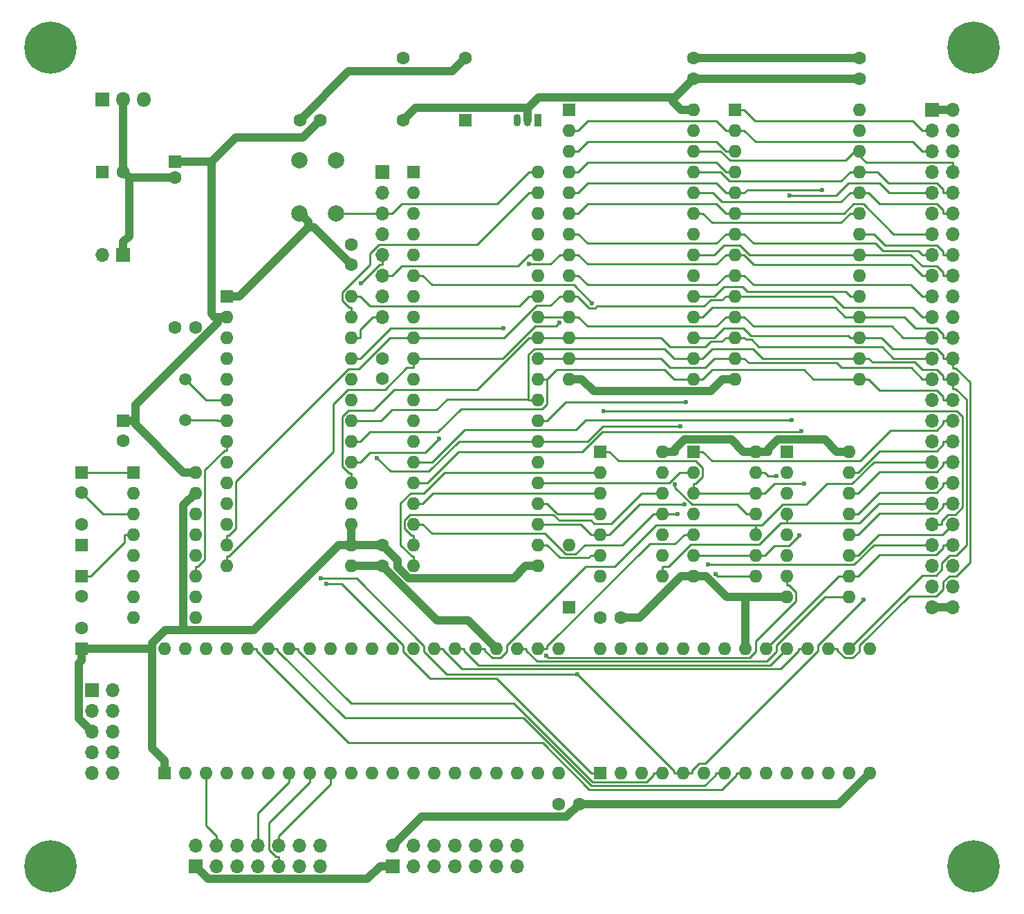
<source format=gbr>
G04 #@! TF.FileFunction,Copper,L1,Top,Signal*
%FSLAX46Y46*%
G04 Gerber Fmt 4.6, Leading zero omitted, Abs format (unit mm)*
G04 Created by KiCad (PCBNEW 4.0.6-e0-6349~53~ubuntu16.04.1) date Mon Apr  3 23:13:33 2017*
%MOMM*%
%LPD*%
G01*
G04 APERTURE LIST*
%ADD10C,0.100000*%
%ADD11R,1.600000X1.600000*%
%ADD12C,1.600000*%
%ADD13O,1.600000X1.600000*%
%ADD14R,1.700000X1.700000*%
%ADD15O,1.700000X1.700000*%
%ADD16O,0.900000X1.500000*%
%ADD17R,0.900000X1.500000*%
%ADD18C,2.000000*%
%ADD19R,1.800000X1.800000*%
%ADD20O,1.800000X1.800000*%
%ADD21C,1.500000*%
%ADD22C,6.400000*%
%ADD23C,0.600000*%
%ADD24C,1.000000*%
%ADD25C,0.250000*%
G04 APERTURE END LIST*
D10*
D11*
X92710000Y-114300000D03*
D12*
X92710000Y-111800000D03*
D11*
X92710000Y-101600000D03*
D12*
X92710000Y-99100000D03*
D11*
X92710000Y-105410000D03*
D12*
X92710000Y-107910000D03*
D11*
X97790000Y-86360000D03*
D12*
X97790000Y-88860000D03*
D11*
X92710000Y-92710000D03*
D12*
X92710000Y-95210000D03*
X104140000Y-74930000D03*
X106640000Y-74930000D03*
D11*
X95250000Y-55880000D03*
D12*
X97750000Y-55880000D03*
D11*
X104140000Y-54610000D03*
D12*
X104140000Y-56610000D03*
X121920000Y-49530000D03*
X119420000Y-49530000D03*
X125730000Y-64770000D03*
X125730000Y-67270000D03*
X129540000Y-104140000D03*
X129540000Y-101640000D03*
X151130000Y-133350000D03*
X153630000Y-133350000D03*
X187960000Y-44450000D03*
X187960000Y-41950000D03*
X129540000Y-78740000D03*
X129540000Y-81240000D03*
X167640000Y-44450000D03*
X167640000Y-41950000D03*
X156210000Y-110490000D03*
X158710000Y-110490000D03*
D11*
X152400000Y-109220000D03*
D13*
X152400000Y-101600000D03*
D14*
X93980000Y-119380000D03*
D15*
X96520000Y-119380000D03*
X93980000Y-121920000D03*
X96520000Y-121920000D03*
X93980000Y-124460000D03*
X96520000Y-124460000D03*
X93980000Y-127000000D03*
X96520000Y-127000000D03*
X93980000Y-129540000D03*
X96520000Y-129540000D03*
D14*
X106680000Y-140970000D03*
D15*
X106680000Y-138430000D03*
X109220000Y-140970000D03*
X109220000Y-138430000D03*
X111760000Y-140970000D03*
X111760000Y-138430000D03*
X114300000Y-140970000D03*
X114300000Y-138430000D03*
X116840000Y-140970000D03*
X116840000Y-138430000D03*
X119380000Y-140970000D03*
X119380000Y-138430000D03*
X121920000Y-140970000D03*
X121920000Y-138430000D03*
D14*
X130810000Y-140970000D03*
D15*
X130810000Y-138430000D03*
X133350000Y-140970000D03*
X133350000Y-138430000D03*
X135890000Y-140970000D03*
X135890000Y-138430000D03*
X138430000Y-140970000D03*
X138430000Y-138430000D03*
X140970000Y-140970000D03*
X140970000Y-138430000D03*
X143510000Y-140970000D03*
X143510000Y-138430000D03*
X146050000Y-140970000D03*
X146050000Y-138430000D03*
D14*
X97790000Y-66040000D03*
D15*
X95250000Y-66040000D03*
D14*
X196850000Y-48260000D03*
D15*
X199390000Y-48260000D03*
X196850000Y-50800000D03*
X199390000Y-50800000D03*
X196850000Y-53340000D03*
X199390000Y-53340000D03*
X196850000Y-55880000D03*
X199390000Y-55880000D03*
X196850000Y-58420000D03*
X199390000Y-58420000D03*
X196850000Y-60960000D03*
X199390000Y-60960000D03*
X196850000Y-63500000D03*
X199390000Y-63500000D03*
X196850000Y-66040000D03*
X199390000Y-66040000D03*
X196850000Y-68580000D03*
X199390000Y-68580000D03*
X196850000Y-71120000D03*
X199390000Y-71120000D03*
X196850000Y-73660000D03*
X199390000Y-73660000D03*
X196850000Y-76200000D03*
X199390000Y-76200000D03*
X196850000Y-78740000D03*
X199390000Y-78740000D03*
X196850000Y-81280000D03*
X199390000Y-81280000D03*
X196850000Y-83820000D03*
X199390000Y-83820000D03*
X196850000Y-86360000D03*
X199390000Y-86360000D03*
X196850000Y-88900000D03*
X199390000Y-88900000D03*
X196850000Y-91440000D03*
X199390000Y-91440000D03*
X196850000Y-93980000D03*
X199390000Y-93980000D03*
X196850000Y-96520000D03*
X199390000Y-96520000D03*
X196850000Y-99060000D03*
X199390000Y-99060000D03*
X196850000Y-101600000D03*
X199390000Y-101600000D03*
X196850000Y-104140000D03*
X199390000Y-104140000D03*
X196850000Y-106680000D03*
X199390000Y-106680000D03*
X196850000Y-109220000D03*
X199390000Y-109220000D03*
D16*
X147320000Y-49530000D03*
X146050000Y-49530000D03*
D17*
X148590000Y-49530000D03*
D14*
X129540000Y-55880000D03*
D15*
X129540000Y-58420000D03*
X129540000Y-60960000D03*
X129540000Y-63500000D03*
X129540000Y-66040000D03*
X129540000Y-68580000D03*
X129540000Y-71120000D03*
X129540000Y-73660000D03*
D18*
X123880000Y-60960000D03*
X119380000Y-60960000D03*
X123880000Y-54460000D03*
X119380000Y-54460000D03*
D11*
X133350000Y-55880000D03*
D13*
X148590000Y-104140000D03*
X133350000Y-58420000D03*
X148590000Y-101600000D03*
X133350000Y-60960000D03*
X148590000Y-99060000D03*
X133350000Y-63500000D03*
X148590000Y-96520000D03*
X133350000Y-66040000D03*
X148590000Y-93980000D03*
X133350000Y-68580000D03*
X148590000Y-91440000D03*
X133350000Y-71120000D03*
X148590000Y-88900000D03*
X133350000Y-73660000D03*
X148590000Y-86360000D03*
X133350000Y-76200000D03*
X148590000Y-83820000D03*
X133350000Y-78740000D03*
X148590000Y-81280000D03*
X133350000Y-81280000D03*
X148590000Y-78740000D03*
X133350000Y-83820000D03*
X148590000Y-76200000D03*
X133350000Y-86360000D03*
X148590000Y-73660000D03*
X133350000Y-88900000D03*
X148590000Y-71120000D03*
X133350000Y-91440000D03*
X148590000Y-68580000D03*
X133350000Y-93980000D03*
X148590000Y-66040000D03*
X133350000Y-96520000D03*
X148590000Y-63500000D03*
X133350000Y-99060000D03*
X148590000Y-60960000D03*
X133350000Y-101600000D03*
X148590000Y-58420000D03*
X133350000Y-104140000D03*
X148590000Y-55880000D03*
D11*
X172720000Y-48260000D03*
D13*
X187960000Y-81280000D03*
X172720000Y-50800000D03*
X187960000Y-78740000D03*
X172720000Y-53340000D03*
X187960000Y-76200000D03*
X172720000Y-55880000D03*
X187960000Y-73660000D03*
X172720000Y-58420000D03*
X187960000Y-71120000D03*
X172720000Y-60960000D03*
X187960000Y-68580000D03*
X172720000Y-63500000D03*
X187960000Y-66040000D03*
X172720000Y-66040000D03*
X187960000Y-63500000D03*
X172720000Y-68580000D03*
X187960000Y-60960000D03*
X172720000Y-71120000D03*
X187960000Y-58420000D03*
X172720000Y-73660000D03*
X187960000Y-55880000D03*
X172720000Y-76200000D03*
X187960000Y-53340000D03*
X172720000Y-78740000D03*
X187960000Y-50800000D03*
X172720000Y-81280000D03*
X187960000Y-48260000D03*
D11*
X152400000Y-48260000D03*
D13*
X167640000Y-81280000D03*
X152400000Y-50800000D03*
X167640000Y-78740000D03*
X152400000Y-53340000D03*
X167640000Y-76200000D03*
X152400000Y-55880000D03*
X167640000Y-73660000D03*
X152400000Y-58420000D03*
X167640000Y-71120000D03*
X152400000Y-60960000D03*
X167640000Y-68580000D03*
X152400000Y-63500000D03*
X167640000Y-66040000D03*
X152400000Y-66040000D03*
X167640000Y-63500000D03*
X152400000Y-68580000D03*
X167640000Y-60960000D03*
X152400000Y-71120000D03*
X167640000Y-58420000D03*
X152400000Y-73660000D03*
X167640000Y-55880000D03*
X152400000Y-76200000D03*
X167640000Y-53340000D03*
X152400000Y-78740000D03*
X167640000Y-50800000D03*
X152400000Y-81280000D03*
X167640000Y-48260000D03*
D11*
X99060000Y-92710000D03*
D13*
X106680000Y-110490000D03*
X99060000Y-95250000D03*
X106680000Y-107950000D03*
X99060000Y-97790000D03*
X106680000Y-105410000D03*
X99060000Y-100330000D03*
X106680000Y-102870000D03*
X99060000Y-102870000D03*
X106680000Y-100330000D03*
X99060000Y-105410000D03*
X106680000Y-97790000D03*
X99060000Y-107950000D03*
X106680000Y-95250000D03*
X99060000Y-110490000D03*
X106680000Y-92710000D03*
D11*
X110490000Y-71120000D03*
D13*
X125730000Y-104140000D03*
X110490000Y-73660000D03*
X125730000Y-101600000D03*
X110490000Y-76200000D03*
X125730000Y-99060000D03*
X110490000Y-78740000D03*
X125730000Y-96520000D03*
X110490000Y-81280000D03*
X125730000Y-93980000D03*
X110490000Y-83820000D03*
X125730000Y-91440000D03*
X110490000Y-86360000D03*
X125730000Y-88900000D03*
X110490000Y-88900000D03*
X125730000Y-86360000D03*
X110490000Y-91440000D03*
X125730000Y-83820000D03*
X110490000Y-93980000D03*
X125730000Y-81280000D03*
X110490000Y-96520000D03*
X125730000Y-78740000D03*
X110490000Y-99060000D03*
X125730000Y-76200000D03*
X110490000Y-101600000D03*
X125730000Y-73660000D03*
X110490000Y-104140000D03*
X125730000Y-71120000D03*
D11*
X102870000Y-129540000D03*
D13*
X151130000Y-114300000D03*
X105410000Y-129540000D03*
X148590000Y-114300000D03*
X107950000Y-129540000D03*
X146050000Y-114300000D03*
X110490000Y-129540000D03*
X143510000Y-114300000D03*
X113030000Y-129540000D03*
X140970000Y-114300000D03*
X115570000Y-129540000D03*
X138430000Y-114300000D03*
X118110000Y-129540000D03*
X135890000Y-114300000D03*
X120650000Y-129540000D03*
X133350000Y-114300000D03*
X123190000Y-129540000D03*
X130810000Y-114300000D03*
X125730000Y-129540000D03*
X128270000Y-114300000D03*
X128270000Y-129540000D03*
X125730000Y-114300000D03*
X130810000Y-129540000D03*
X123190000Y-114300000D03*
X133350000Y-129540000D03*
X120650000Y-114300000D03*
X135890000Y-129540000D03*
X118110000Y-114300000D03*
X138430000Y-129540000D03*
X115570000Y-114300000D03*
X140970000Y-129540000D03*
X113030000Y-114300000D03*
X143510000Y-129540000D03*
X110490000Y-114300000D03*
X146050000Y-129540000D03*
X107950000Y-114300000D03*
X148590000Y-129540000D03*
X105410000Y-114300000D03*
X151130000Y-129540000D03*
X102870000Y-114300000D03*
D11*
X156210000Y-129540000D03*
D13*
X189230000Y-114300000D03*
X158750000Y-129540000D03*
X186690000Y-114300000D03*
X161290000Y-129540000D03*
X184150000Y-114300000D03*
X163830000Y-129540000D03*
X181610000Y-114300000D03*
X166370000Y-129540000D03*
X179070000Y-114300000D03*
X168910000Y-129540000D03*
X176530000Y-114300000D03*
X171450000Y-129540000D03*
X173990000Y-114300000D03*
X173990000Y-129540000D03*
X171450000Y-114300000D03*
X176530000Y-129540000D03*
X168910000Y-114300000D03*
X179070000Y-129540000D03*
X166370000Y-114300000D03*
X181610000Y-129540000D03*
X163830000Y-114300000D03*
X184150000Y-129540000D03*
X161290000Y-114300000D03*
X186690000Y-129540000D03*
X158750000Y-114300000D03*
X189230000Y-129540000D03*
X156210000Y-114300000D03*
D11*
X167640000Y-90170000D03*
D13*
X175260000Y-105410000D03*
X167640000Y-92710000D03*
X175260000Y-102870000D03*
X167640000Y-95250000D03*
X175260000Y-100330000D03*
X167640000Y-97790000D03*
X175260000Y-97790000D03*
X167640000Y-100330000D03*
X175260000Y-95250000D03*
X167640000Y-102870000D03*
X175260000Y-92710000D03*
X167640000Y-105410000D03*
X175260000Y-90170000D03*
D11*
X156210000Y-90170000D03*
D13*
X163830000Y-105410000D03*
X156210000Y-92710000D03*
X163830000Y-102870000D03*
X156210000Y-95250000D03*
X163830000Y-100330000D03*
X156210000Y-97790000D03*
X163830000Y-97790000D03*
X156210000Y-100330000D03*
X163830000Y-95250000D03*
X156210000Y-102870000D03*
X163830000Y-92710000D03*
X156210000Y-105410000D03*
X163830000Y-90170000D03*
D11*
X179070000Y-90170000D03*
D13*
X186690000Y-107950000D03*
X179070000Y-92710000D03*
X186690000Y-105410000D03*
X179070000Y-95250000D03*
X186690000Y-102870000D03*
X179070000Y-97790000D03*
X186690000Y-100330000D03*
X179070000Y-100330000D03*
X186690000Y-97790000D03*
X179070000Y-102870000D03*
X186690000Y-95250000D03*
X179070000Y-105410000D03*
X186690000Y-92710000D03*
X179070000Y-107950000D03*
X186690000Y-90170000D03*
D19*
X95250000Y-46990000D03*
D20*
X97790000Y-46990000D03*
X100330000Y-46990000D03*
D11*
X139700000Y-49530000D03*
D12*
X132080000Y-49530000D03*
X132080000Y-41910000D03*
X139700000Y-41910000D03*
D21*
X105410000Y-81280000D03*
X105410000Y-86280000D03*
D22*
X201930000Y-140970000D03*
X88900000Y-140970000D03*
X88900000Y-40640000D03*
X201930000Y-40640000D03*
D23*
X153398800Y-117435900D03*
X121990300Y-105696700D03*
X188466700Y-108321300D03*
X170357800Y-105147600D03*
X180823300Y-87655000D03*
X166496300Y-96630500D03*
X179698500Y-86325800D03*
X179442400Y-58789400D03*
X183340700Y-58067900D03*
X165717500Y-97790000D03*
X180628900Y-100458000D03*
X147464700Y-67165300D03*
X151180200Y-74352100D03*
X144331000Y-75062600D03*
X128856200Y-90942300D03*
X166035800Y-87071200D03*
X166664000Y-84091900D03*
X136515500Y-88563900D03*
X177765200Y-93132800D03*
X155221800Y-71970000D03*
X156606300Y-85167400D03*
X169419500Y-104011700D03*
X122652900Y-106373200D03*
X126924000Y-69526000D03*
X181168100Y-94124700D03*
X165385100Y-94149000D03*
X149627100Y-115213800D03*
D24*
X172720000Y-81280000D02*
X171219700Y-81280000D01*
X152400000Y-81280000D02*
X153900300Y-81280000D01*
X127709400Y-142520300D02*
X129259700Y-140970000D01*
X108230300Y-142520300D02*
X127709400Y-142520300D01*
X106680000Y-140970000D02*
X108230300Y-142520300D01*
X130810000Y-140970000D02*
X129259700Y-140970000D01*
X167640000Y-105410000D02*
X169140300Y-105410000D01*
X92399100Y-122879100D02*
X93980000Y-124460000D01*
X92399100Y-116111200D02*
X92399100Y-122879100D01*
X92710000Y-115800300D02*
X92399100Y-116111200D01*
X92710000Y-114300000D02*
X92710000Y-115800300D01*
X92710000Y-114300000D02*
X94210300Y-114300000D01*
X102870000Y-129540000D02*
X102870000Y-128039700D01*
X110490000Y-71120000D02*
X111990300Y-71120000D01*
X120450400Y-62030400D02*
X120450400Y-62659900D01*
X119380000Y-60960000D02*
X120450400Y-62030400D01*
X121119900Y-62659900D02*
X120450400Y-62659900D01*
X125730000Y-67270000D02*
X121119900Y-62659900D01*
X120450400Y-62659900D02*
X111990300Y-71120000D01*
X138060100Y-43549900D02*
X139700000Y-41910000D01*
X125400100Y-43549900D02*
X138060100Y-43549900D01*
X119420000Y-49530000D02*
X125400100Y-43549900D01*
X161059700Y-110490000D02*
X166139700Y-105410000D01*
X158710000Y-110490000D02*
X161059700Y-110490000D01*
X167640000Y-105410000D02*
X166139700Y-105410000D01*
X173990000Y-107950000D02*
X173990000Y-114300000D01*
X171680300Y-107950000D02*
X173990000Y-107950000D01*
X169140300Y-105410000D02*
X171680300Y-107950000D01*
X173990000Y-107950000D02*
X179070000Y-107950000D01*
X97790000Y-46990000D02*
X97790000Y-48590300D01*
X97790000Y-48590300D02*
X97790000Y-55880000D01*
X97790000Y-55880000D02*
X97750000Y-55880000D01*
X98520000Y-63759700D02*
X98520000Y-56610000D01*
X97790000Y-64489700D02*
X98520000Y-63759700D01*
X104140000Y-56610000D02*
X98520000Y-56610000D01*
X98520000Y-56610000D02*
X97790000Y-55880000D01*
X97790000Y-66040000D02*
X97790000Y-64489700D01*
X145579900Y-105649800D02*
X147089700Y-104140000D01*
X132728600Y-105649800D02*
X145579900Y-105649800D01*
X131388900Y-104310100D02*
X132728600Y-105649800D01*
X131388900Y-103488900D02*
X131388900Y-104310100D01*
X129540000Y-101640000D02*
X131388900Y-103488900D01*
X148590000Y-104140000D02*
X147089700Y-104140000D01*
X196850000Y-109220000D02*
X199390000Y-109220000D01*
X155402400Y-82782100D02*
X153900300Y-81280000D01*
X169717600Y-82782100D02*
X155402400Y-82782100D01*
X171219700Y-81280000D02*
X169717600Y-82782100D01*
X167640000Y-41950000D02*
X187960000Y-41950000D01*
X101328800Y-126498500D02*
X101328800Y-114300000D01*
X102870000Y-128039700D02*
X101328800Y-126498500D01*
X101328800Y-114300000D02*
X94210300Y-114300000D01*
X105175000Y-96755000D02*
X105175000Y-112040300D01*
X106680000Y-95250000D02*
X105175000Y-96755000D01*
X113789400Y-112040300D02*
X105175000Y-112040300D01*
X124229700Y-101600000D02*
X113789400Y-112040300D01*
X101328800Y-113682000D02*
X101328800Y-114300000D01*
X102970500Y-112040300D02*
X101328800Y-113682000D01*
X105175000Y-112040300D02*
X102970500Y-112040300D01*
X125730000Y-101600000D02*
X124229700Y-101600000D01*
X125730000Y-99060000D02*
X125730000Y-100560300D01*
X129500000Y-101600000D02*
X129540000Y-101640000D01*
X125730000Y-101600000D02*
X129500000Y-101600000D01*
X125730000Y-101600000D02*
X125730000Y-100560300D01*
X152064900Y-134915100D02*
X153630000Y-133350000D01*
X134324900Y-134915100D02*
X152064900Y-134915100D01*
X130810000Y-138430000D02*
X134324900Y-134915100D01*
X185420000Y-133350000D02*
X189230000Y-129540000D01*
X153630000Y-133350000D02*
X185420000Y-133350000D01*
X199390000Y-48260000D02*
X196850000Y-48260000D01*
X186690000Y-90170000D02*
X185189700Y-90170000D01*
X175260000Y-90170000D02*
X176760300Y-90170000D01*
X104140000Y-54610000D02*
X105640300Y-54610000D01*
X183689300Y-88669600D02*
X185189700Y-90170000D01*
X177965700Y-88669600D02*
X183689300Y-88669600D01*
X176760300Y-89875000D02*
X177965700Y-88669600D01*
X176760300Y-90170000D02*
X176760300Y-89875000D01*
X108613300Y-54610000D02*
X105640300Y-54610000D01*
X111586300Y-51637000D02*
X108613300Y-54610000D01*
X119813000Y-51637000D02*
X111586300Y-51637000D01*
X121920000Y-49530000D02*
X119813000Y-51637000D01*
X108613300Y-73283600D02*
X108989700Y-73660000D01*
X108613300Y-54610000D02*
X108613300Y-73283600D01*
X99290300Y-86820600D02*
X99290300Y-86360000D01*
X105179700Y-92710000D02*
X99290300Y-86820600D01*
X106680000Y-92710000D02*
X105179700Y-92710000D01*
X97790000Y-86360000D02*
X99290300Y-86360000D01*
X110490000Y-73660000D02*
X109386500Y-73660000D01*
X109386500Y-73660000D02*
X108989700Y-73660000D01*
X99290300Y-84433100D02*
X99290300Y-86360000D01*
X109386500Y-74336900D02*
X99290300Y-84433100D01*
X109386500Y-73660000D02*
X109386500Y-74336900D01*
X140027600Y-110817600D02*
X143510000Y-114300000D01*
X136187900Y-110817600D02*
X140027600Y-110817600D01*
X129540000Y-104169700D02*
X136187900Y-110817600D01*
X129540000Y-104140000D02*
X129540000Y-104169700D01*
X125730000Y-104140000D02*
X127230300Y-104140000D01*
X129540000Y-104140000D02*
X127230300Y-104140000D01*
X167640000Y-48260000D02*
X166139700Y-48260000D01*
X167640000Y-44450000D02*
X187960000Y-44450000D01*
X147320000Y-49530000D02*
X147320000Y-48079700D01*
X165112200Y-47232500D02*
X165112200Y-46977800D01*
X166139700Y-48260000D02*
X165112200Y-47232500D01*
X165112200Y-46977800D02*
X167640000Y-44450000D01*
X147260200Y-48019900D02*
X147320000Y-48079700D01*
X133590100Y-48019900D02*
X147260200Y-48019900D01*
X132080000Y-49530000D02*
X133590100Y-48019900D01*
X148640100Y-46759600D02*
X147320000Y-48079700D01*
X164894000Y-46759600D02*
X148640100Y-46759600D01*
X165112200Y-46977800D02*
X164894000Y-46759600D01*
X172259300Y-88669600D02*
X173759700Y-90170000D01*
X166549400Y-88669600D02*
X172259300Y-88669600D01*
X165330300Y-89888700D02*
X166549400Y-88669600D01*
X165330300Y-90170000D02*
X165330300Y-89888700D01*
X163830000Y-90170000D02*
X165330300Y-90170000D01*
X175260000Y-90170000D02*
X173759700Y-90170000D01*
D25*
X97934700Y-101310600D02*
X93835300Y-105410000D01*
X97934700Y-100330000D02*
X97934700Y-101310600D01*
X92710000Y-105410000D02*
X93835300Y-105410000D01*
X99060000Y-100330000D02*
X97934700Y-100330000D01*
X99060000Y-92710000D02*
X92710000Y-92710000D01*
X95290000Y-97790000D02*
X92710000Y-95210000D01*
X99060000Y-97790000D02*
X95290000Y-97790000D01*
X107950000Y-83820000D02*
X105410000Y-81280000D01*
X110490000Y-83820000D02*
X107950000Y-83820000D01*
X126855300Y-75169400D02*
X128364700Y-73660000D01*
X126855300Y-76200000D02*
X126855300Y-75169400D01*
X129540000Y-73660000D02*
X128364700Y-73660000D01*
X125730000Y-76200000D02*
X126855300Y-76200000D01*
X165244700Y-129281800D02*
X153398800Y-117435900D01*
X165244700Y-129540000D02*
X165244700Y-129281800D01*
X165807400Y-129540000D02*
X165244700Y-129540000D01*
X126367700Y-105696700D02*
X121990300Y-105696700D01*
X134620000Y-113949000D02*
X126367700Y-105696700D01*
X134620000Y-114634400D02*
X134620000Y-113949000D01*
X137421500Y-117435900D02*
X134620000Y-114634400D01*
X153398800Y-117435900D02*
X137421500Y-117435900D01*
X166370000Y-129540000D02*
X165807400Y-129540000D01*
X166370000Y-129540000D02*
X167495300Y-129540000D01*
X182880000Y-113908000D02*
X188466700Y-108321300D01*
X182880000Y-114623100D02*
X182880000Y-113908000D01*
X169088400Y-128414700D02*
X182880000Y-114623100D01*
X168339200Y-128414700D02*
X169088400Y-128414700D01*
X167495300Y-129258600D02*
X168339200Y-128414700D01*
X167495300Y-129540000D02*
X167495300Y-129258600D01*
X107950000Y-135984700D02*
X109220000Y-137254700D01*
X107950000Y-129540000D02*
X107950000Y-135984700D01*
X109220000Y-138430000D02*
X109220000Y-137254700D01*
X114300000Y-134475300D02*
X114300000Y-138430000D01*
X118110000Y-130665300D02*
X114300000Y-134475300D01*
X118110000Y-129540000D02*
X118110000Y-130665300D01*
X116472600Y-139794700D02*
X116840000Y-139794700D01*
X115664700Y-138986800D02*
X116472600Y-139794700D01*
X115664700Y-135650600D02*
X115664700Y-138986800D01*
X120650000Y-130665300D02*
X115664700Y-135650600D01*
X120650000Y-129540000D02*
X120650000Y-130665300D01*
X116840000Y-140970000D02*
X116840000Y-139794700D01*
X123190000Y-130904700D02*
X116840000Y-137254700D01*
X123190000Y-129540000D02*
X123190000Y-130904700D01*
X116840000Y-138430000D02*
X116840000Y-137254700D01*
X156210000Y-97790000D02*
X155084700Y-97790000D01*
X148590000Y-96520000D02*
X149715300Y-96520000D01*
X194499400Y-49624700D02*
X195674700Y-50800000D01*
X175210000Y-49624700D02*
X194499400Y-49624700D01*
X173845300Y-48260000D02*
X175210000Y-49624700D01*
X172720000Y-48260000D02*
X173845300Y-48260000D01*
X196850000Y-50800000D02*
X195674700Y-50800000D01*
X150985300Y-97790000D02*
X149715300Y-96520000D01*
X155084700Y-97790000D02*
X150985300Y-97790000D01*
X196850000Y-53340000D02*
X195674700Y-53340000D01*
X172720000Y-50800000D02*
X173845300Y-50800000D01*
X194510000Y-52175300D02*
X195674700Y-53340000D01*
X175220600Y-52175300D02*
X194510000Y-52175300D01*
X173845300Y-50800000D02*
X175220600Y-52175300D01*
X148590000Y-101600000D02*
X149715300Y-101600000D01*
X156210000Y-102870000D02*
X155084700Y-102870000D01*
X170469400Y-49674700D02*
X171594700Y-50800000D01*
X154650600Y-49674700D02*
X170469400Y-49674700D01*
X153525300Y-50800000D02*
X154650600Y-49674700D01*
X152400000Y-50800000D02*
X153525300Y-50800000D01*
X172720000Y-50800000D02*
X171594700Y-50800000D01*
X154766300Y-103188400D02*
X155084700Y-102870000D01*
X151303700Y-103188400D02*
X154766300Y-103188400D01*
X149715300Y-101600000D02*
X151303700Y-103188400D01*
X170620200Y-105410000D02*
X170357800Y-105147600D01*
X175260000Y-105410000D02*
X170620200Y-105410000D01*
X170469400Y-52214700D02*
X171594700Y-53340000D01*
X154650600Y-52214700D02*
X170469400Y-52214700D01*
X153525300Y-53340000D02*
X154650600Y-52214700D01*
X152400000Y-53340000D02*
X153525300Y-53340000D01*
X172720000Y-53340000D02*
X171594700Y-53340000D01*
X180708300Y-87770000D02*
X180823300Y-87655000D01*
X156439800Y-87770000D02*
X180708300Y-87770000D01*
X154039800Y-90170000D02*
X156439800Y-87770000D01*
X138886900Y-90170000D02*
X154039800Y-90170000D01*
X135076900Y-93980000D02*
X138886900Y-90170000D01*
X133350000Y-93980000D02*
X135076900Y-93980000D01*
X148590000Y-99060000D02*
X149715300Y-99060000D01*
X187960000Y-53340000D02*
X187397400Y-53340000D01*
X199390000Y-55880000D02*
X199390000Y-54704700D01*
X170957800Y-53340000D02*
X167640000Y-53340000D01*
X172086000Y-54468200D02*
X170957800Y-53340000D01*
X186269200Y-54468200D02*
X172086000Y-54468200D01*
X187397400Y-53340000D02*
X186269200Y-54468200D01*
X188762100Y-54704700D02*
X199390000Y-54704700D01*
X187397400Y-53340000D02*
X188762100Y-54704700D01*
X153814700Y-99060000D02*
X149715300Y-99060000D01*
X155084700Y-100330000D02*
X153814700Y-99060000D01*
X155647400Y-100330000D02*
X155084700Y-100330000D01*
X155647400Y-100330000D02*
X156210000Y-100330000D01*
X161034800Y-96630500D02*
X166496300Y-96630500D01*
X157335300Y-100330000D02*
X161034800Y-96630500D01*
X156210000Y-100330000D02*
X157335300Y-100330000D01*
X152400000Y-55880000D02*
X153525300Y-55880000D01*
X154658500Y-54746800D02*
X153525300Y-55880000D01*
X170461500Y-54746800D02*
X154658500Y-54746800D01*
X171594700Y-55880000D02*
X170461500Y-54746800D01*
X172720000Y-55880000D02*
X171594700Y-55880000D01*
X154425800Y-86325800D02*
X179698500Y-86325800D01*
X153266200Y-87485400D02*
X154425800Y-86325800D01*
X139621400Y-87485400D02*
X153266200Y-87485400D01*
X135666800Y-91440000D02*
X139621400Y-87485400D01*
X133350000Y-91440000D02*
X135666800Y-91440000D01*
X185055300Y-58789400D02*
X179442400Y-58789400D01*
X186600200Y-57244500D02*
X185055300Y-58789400D01*
X190447500Y-57244500D02*
X186600200Y-57244500D01*
X191623000Y-58420000D02*
X190447500Y-57244500D01*
X196850000Y-58420000D02*
X191623000Y-58420000D01*
X199390000Y-58420000D02*
X198214700Y-58420000D01*
X135745300Y-95250000D02*
X134475300Y-96520000D01*
X156210000Y-95250000D02*
X135745300Y-95250000D01*
X133350000Y-96520000D02*
X134475300Y-96520000D01*
X185709400Y-57005300D02*
X186834700Y-55880000D01*
X172045100Y-57005300D02*
X185709400Y-57005300D01*
X170919800Y-55880000D02*
X172045100Y-57005300D01*
X167640000Y-55880000D02*
X170919800Y-55880000D01*
X187960000Y-55880000D02*
X186834700Y-55880000D01*
X187960000Y-55880000D02*
X189085300Y-55880000D01*
X190117500Y-55880000D02*
X189085300Y-55880000D01*
X191482200Y-57244700D02*
X190117500Y-55880000D01*
X197406800Y-57244700D02*
X191482200Y-57244700D01*
X198214700Y-58052600D02*
X197406800Y-57244700D01*
X198214700Y-58420000D02*
X198214700Y-58052600D01*
X154650600Y-57294700D02*
X153525300Y-58420000D01*
X170469400Y-57294700D02*
X154650600Y-57294700D01*
X171594700Y-58420000D02*
X170469400Y-57294700D01*
X152400000Y-58420000D02*
X153525300Y-58420000D01*
X172157400Y-58420000D02*
X171594700Y-58420000D01*
X172157400Y-58420000D02*
X172720000Y-58420000D01*
X172720000Y-58420000D02*
X173845300Y-58420000D01*
X174197400Y-58067900D02*
X183340700Y-58067900D01*
X173845300Y-58420000D02*
X174197400Y-58067900D01*
X199390000Y-60960000D02*
X198214700Y-60960000D01*
X190450000Y-59784700D02*
X189085300Y-58420000D01*
X197406800Y-59784700D02*
X190450000Y-59784700D01*
X198214700Y-60592600D02*
X197406800Y-59784700D01*
X198214700Y-60960000D02*
X198214700Y-60592600D01*
X187960000Y-58420000D02*
X189085300Y-58420000D01*
X185709400Y-59545300D02*
X186834700Y-58420000D01*
X171121700Y-59545300D02*
X185709400Y-59545300D01*
X169996400Y-58420000D02*
X171121700Y-59545300D01*
X167640000Y-58420000D02*
X169996400Y-58420000D01*
X187960000Y-58420000D02*
X186834700Y-58420000D01*
X165717500Y-97790000D02*
X163830000Y-97790000D01*
X135600600Y-100185300D02*
X134475300Y-99060000D01*
X149393700Y-100185300D02*
X135600600Y-100185300D01*
X151936700Y-102728300D02*
X149393700Y-100185300D01*
X153175900Y-102728300D02*
X151936700Y-102728300D01*
X154304200Y-101600000D02*
X153175900Y-102728300D01*
X158894700Y-101600000D02*
X154304200Y-101600000D01*
X162704700Y-97790000D02*
X158894700Y-101600000D01*
X163830000Y-97790000D02*
X162704700Y-97790000D01*
X133350000Y-99060000D02*
X134475300Y-99060000D01*
X154650600Y-59834700D02*
X153525300Y-60960000D01*
X170469400Y-59834700D02*
X154650600Y-59834700D01*
X171594700Y-60960000D02*
X170469400Y-59834700D01*
X152400000Y-60960000D02*
X153525300Y-60960000D01*
X172438700Y-60960000D02*
X171594700Y-60960000D01*
X172438700Y-60960000D02*
X172720000Y-60960000D01*
X192110900Y-63500000D02*
X196850000Y-63500000D01*
X188421500Y-59810600D02*
X192110900Y-63500000D01*
X187215500Y-59810600D02*
X188421500Y-59810600D01*
X186066100Y-60960000D02*
X187215500Y-59810600D01*
X172720000Y-60960000D02*
X186066100Y-60960000D01*
X133350000Y-104140000D02*
X133350000Y-103014700D01*
X137155300Y-92710000D02*
X156210000Y-92710000D01*
X134615300Y-95250000D02*
X137155300Y-92710000D01*
X133020800Y-95250000D02*
X134615300Y-95250000D01*
X131771300Y-96499500D02*
X133020800Y-95250000D01*
X131771300Y-101647000D02*
X131771300Y-96499500D01*
X133139000Y-103014700D02*
X131771300Y-101647000D01*
X133350000Y-103014700D02*
X133139000Y-103014700D01*
X185709400Y-62085300D02*
X186834700Y-60960000D01*
X169890600Y-62085300D02*
X185709400Y-62085300D01*
X168765300Y-60960000D02*
X169890600Y-62085300D01*
X167640000Y-60960000D02*
X168765300Y-60960000D01*
X187960000Y-60960000D02*
X186834700Y-60960000D01*
X171450000Y-129540000D02*
X170324700Y-129540000D01*
X115570000Y-114300000D02*
X116695300Y-114300000D01*
X170324700Y-129821300D02*
X170324700Y-129540000D01*
X169030300Y-131115700D02*
X170324700Y-129821300D01*
X155071800Y-131115700D02*
X169030300Y-131115700D01*
X146782500Y-122826400D02*
X155071800Y-131115700D01*
X124940400Y-122826400D02*
X146782500Y-122826400D01*
X116695300Y-114581300D02*
X124940400Y-122826400D01*
X116695300Y-114300000D02*
X116695300Y-114581300D01*
X152400000Y-63500000D02*
X153525300Y-63500000D01*
X170469400Y-64625300D02*
X171594700Y-63500000D01*
X154650600Y-64625300D02*
X170469400Y-64625300D01*
X153525300Y-63500000D02*
X154650600Y-64625300D01*
X172720000Y-63500000D02*
X173845300Y-63500000D01*
X196850000Y-66040000D02*
X195674700Y-66040000D01*
X172720000Y-63500000D02*
X171594700Y-63500000D01*
X174970600Y-64625300D02*
X173845300Y-63500000D01*
X189892300Y-64625300D02*
X174970600Y-64625300D01*
X190820000Y-65553000D02*
X189892300Y-64625300D01*
X195187700Y-65553000D02*
X190820000Y-65553000D01*
X195674700Y-66040000D02*
X195187700Y-65553000D01*
X174134700Y-102870000D02*
X168765300Y-102870000D01*
X167640000Y-102870000D02*
X168765300Y-102870000D01*
X174959600Y-102870000D02*
X174134700Y-102870000D01*
X174959600Y-102870000D02*
X175260000Y-102870000D01*
X179342200Y-101744700D02*
X180628900Y-100458000D01*
X177510600Y-101744700D02*
X179342200Y-101744700D01*
X176385300Y-102870000D02*
X177510600Y-101744700D01*
X175260000Y-102870000D02*
X176385300Y-102870000D01*
X187960000Y-63500000D02*
X189085300Y-63500000D01*
X199390000Y-66040000D02*
X198214700Y-66040000D01*
X189722300Y-63500000D02*
X189085300Y-63500000D01*
X191087000Y-64864700D02*
X189722300Y-63500000D01*
X197406800Y-64864700D02*
X191087000Y-64864700D01*
X198214700Y-65672600D02*
X197406800Y-64864700D01*
X198214700Y-66040000D02*
X198214700Y-65672600D01*
X196850000Y-68580000D02*
X195674700Y-68580000D01*
X172720000Y-66040000D02*
X173845300Y-66040000D01*
X170469400Y-67165300D02*
X171594700Y-66040000D01*
X154650600Y-67165300D02*
X170469400Y-67165300D01*
X153525300Y-66040000D02*
X154650600Y-67165300D01*
X172720000Y-66040000D02*
X171594700Y-66040000D01*
X194322600Y-67227900D02*
X195674700Y-68580000D01*
X175033200Y-67227900D02*
X194322600Y-67227900D01*
X173845300Y-66040000D02*
X175033200Y-67227900D01*
X173990000Y-129540000D02*
X172864700Y-129540000D01*
X113030000Y-114300000D02*
X114155300Y-114300000D01*
X172864700Y-129821300D02*
X172864700Y-129540000D01*
X171120000Y-131566000D02*
X172864700Y-129821300D01*
X154885200Y-131566000D02*
X171120000Y-131566000D01*
X149157300Y-125838100D02*
X154885200Y-131566000D01*
X125412100Y-125838100D02*
X149157300Y-125838100D01*
X114155300Y-114581300D02*
X125412100Y-125838100D01*
X114155300Y-114300000D02*
X114155300Y-114581300D01*
X152962700Y-66040000D02*
X153525300Y-66040000D01*
X152962700Y-66040000D02*
X152400000Y-66040000D01*
X152400000Y-66040000D02*
X151274700Y-66040000D01*
X150149400Y-67165300D02*
X147464700Y-67165300D01*
X151274700Y-66040000D02*
X150149400Y-67165300D01*
X199390000Y-68580000D02*
X198214700Y-68580000D01*
X198214700Y-68212600D02*
X198214700Y-68580000D01*
X197406800Y-67404700D02*
X198214700Y-68212600D01*
X195619100Y-67404700D02*
X197406800Y-67404700D01*
X194254400Y-66040000D02*
X195619100Y-67404700D01*
X189085300Y-66040000D02*
X194254400Y-66040000D01*
X187960000Y-66040000D02*
X189085300Y-66040000D01*
X174482200Y-66040000D02*
X187960000Y-66040000D01*
X173349000Y-64906800D02*
X174482200Y-66040000D01*
X171317900Y-64906800D02*
X173349000Y-64906800D01*
X170184700Y-66040000D02*
X171317900Y-64906800D01*
X167640000Y-66040000D02*
X170184700Y-66040000D01*
X133068600Y-100474700D02*
X133350000Y-100474700D01*
X132224700Y-99630800D02*
X133068600Y-100474700D01*
X132224700Y-98585600D02*
X132224700Y-99630800D01*
X132920800Y-97889500D02*
X132224700Y-98585600D01*
X150447900Y-97889500D02*
X132920800Y-97889500D01*
X151168000Y-98609600D02*
X150447900Y-97889500D01*
X155084600Y-98609600D02*
X151168000Y-98609600D01*
X155456500Y-98981500D02*
X155084600Y-98609600D01*
X157553800Y-98981500D02*
X155456500Y-98981500D01*
X161285300Y-95250000D02*
X157553800Y-98981500D01*
X163830000Y-95250000D02*
X161285300Y-95250000D01*
X133350000Y-101600000D02*
X133350000Y-100474700D01*
X174970600Y-69705300D02*
X173845300Y-68580000D01*
X194260000Y-69705300D02*
X174970600Y-69705300D01*
X195674700Y-71120000D02*
X194260000Y-69705300D01*
X196850000Y-71120000D02*
X195674700Y-71120000D01*
X110490000Y-104140000D02*
X110490000Y-103014700D01*
X133350000Y-78740000D02*
X133350000Y-79865300D01*
X173282700Y-68580000D02*
X173845300Y-68580000D01*
X173282700Y-68580000D02*
X172720000Y-68580000D01*
X154650600Y-69705300D02*
X153525300Y-68580000D01*
X170469400Y-69705300D02*
X154650600Y-69705300D01*
X171594700Y-68580000D02*
X170469400Y-69705300D01*
X172720000Y-68580000D02*
X171594700Y-68580000D01*
X152400000Y-68580000D02*
X153525300Y-68580000D01*
X144287800Y-78740000D02*
X133350000Y-78740000D01*
X148242400Y-74785400D02*
X144287800Y-78740000D01*
X150746900Y-74785400D02*
X148242400Y-74785400D01*
X151180200Y-74352100D02*
X150746900Y-74785400D01*
X110716300Y-103014700D02*
X110490000Y-103014700D01*
X123560400Y-90170600D02*
X110716300Y-103014700D01*
X123560400Y-84332000D02*
X123560400Y-90170600D01*
X125342400Y-82550000D02*
X123560400Y-84332000D01*
X129832800Y-82550000D02*
X125342400Y-82550000D01*
X132517500Y-79865300D02*
X129832800Y-82550000D01*
X133350000Y-79865300D02*
X132517500Y-79865300D01*
X184613000Y-71120000D02*
X173845300Y-71120000D01*
X185977700Y-72484700D02*
X184613000Y-71120000D01*
X194499400Y-72484700D02*
X185977700Y-72484700D01*
X195674700Y-73660000D02*
X194499400Y-72484700D01*
X196850000Y-73660000D02*
X195674700Y-73660000D01*
X173282700Y-71120000D02*
X173845300Y-71120000D01*
X152400000Y-71120000D02*
X151274700Y-71120000D01*
X110490000Y-101600000D02*
X110490000Y-100474700D01*
X130483700Y-76200000D02*
X133350000Y-76200000D01*
X126673700Y-80010000D02*
X130483700Y-76200000D01*
X125407300Y-80010000D02*
X126673700Y-80010000D01*
X111615300Y-93802000D02*
X125407300Y-80010000D01*
X111615300Y-99630800D02*
X111615300Y-93802000D01*
X110771400Y-100474700D02*
X111615300Y-99630800D01*
X110490000Y-100474700D02*
X110771400Y-100474700D01*
X144418900Y-76200000D02*
X133350000Y-76200000D01*
X148373600Y-72245300D02*
X144418900Y-76200000D01*
X150149400Y-72245300D02*
X148373600Y-72245300D01*
X151274700Y-71120000D02*
X150149400Y-72245300D01*
X152400000Y-71120000D02*
X153525300Y-71120000D01*
X173282700Y-71120000D02*
X172720000Y-71120000D01*
X153525300Y-71260700D02*
X153525300Y-71120000D01*
X154865200Y-72600600D02*
X153525300Y-71260700D01*
X155584800Y-72600600D02*
X154865200Y-72600600D01*
X155815300Y-72370100D02*
X155584800Y-72600600D01*
X168925200Y-72370100D02*
X155815300Y-72370100D01*
X169724900Y-71570400D02*
X168925200Y-72370100D01*
X171144300Y-71570400D02*
X169724900Y-71570400D01*
X171594700Y-71120000D02*
X171144300Y-71570400D01*
X172720000Y-71120000D02*
X171594700Y-71120000D01*
X138430000Y-114300000D02*
X139555300Y-114300000D01*
X186265100Y-70550400D02*
X186834700Y-71120000D01*
X174240100Y-70550400D02*
X186265100Y-70550400D01*
X173673400Y-69983700D02*
X174240100Y-70550400D01*
X171321000Y-69983700D02*
X173673400Y-69983700D01*
X170184700Y-71120000D02*
X171321000Y-69983700D01*
X167640000Y-71120000D02*
X170184700Y-71120000D01*
X187960000Y-71120000D02*
X186834700Y-71120000D01*
X125730000Y-78740000D02*
X126855300Y-78740000D01*
X130532700Y-75062600D02*
X126855300Y-78740000D01*
X144331000Y-75062600D02*
X130532700Y-75062600D01*
X139555300Y-114581300D02*
X139555300Y-114300000D01*
X141304800Y-116330800D02*
X139555300Y-114581300D01*
X177039200Y-116330800D02*
X141304800Y-116330800D01*
X179070000Y-114300000D02*
X177039200Y-116330800D01*
X154650600Y-74785300D02*
X153525300Y-73660000D01*
X170469400Y-74785300D02*
X154650600Y-74785300D01*
X171594700Y-73660000D02*
X170469400Y-74785300D01*
X152400000Y-73660000D02*
X153525300Y-73660000D01*
X152400000Y-73660000D02*
X151274700Y-73660000D01*
X148590000Y-73660000D02*
X149715300Y-73660000D01*
X151274700Y-73660000D02*
X149715300Y-73660000D01*
X172720000Y-73660000D02*
X173845300Y-73660000D01*
X172720000Y-73660000D02*
X171594700Y-73660000D01*
X174970600Y-74785300D02*
X173845300Y-73660000D01*
X191907000Y-74785300D02*
X174970600Y-74785300D01*
X193321700Y-76200000D02*
X191907000Y-74785300D01*
X196850000Y-76200000D02*
X193321700Y-76200000D01*
X167640000Y-73660000D02*
X168765300Y-73660000D01*
X199390000Y-76200000D02*
X198214700Y-76200000D01*
X198214700Y-75832600D02*
X198214700Y-76200000D01*
X197406800Y-75024700D02*
X198214700Y-75832600D01*
X194781500Y-75024700D02*
X197406800Y-75024700D01*
X193416800Y-73660000D02*
X194781500Y-75024700D01*
X187960000Y-73660000D02*
X193416800Y-73660000D01*
X187960000Y-73660000D02*
X186834700Y-73660000D01*
X186197800Y-73660000D02*
X186834700Y-73660000D01*
X185072500Y-72534700D02*
X186197800Y-73660000D01*
X169890600Y-72534700D02*
X185072500Y-72534700D01*
X168765300Y-73660000D02*
X169890600Y-72534700D01*
X148590000Y-88900000D02*
X149715300Y-88900000D01*
X138897800Y-88900000D02*
X148590000Y-88900000D01*
X135202300Y-92595500D02*
X138897800Y-88900000D01*
X130509400Y-92595500D02*
X135202300Y-92595500D01*
X128856200Y-90942300D02*
X130509400Y-92595500D01*
X181610000Y-114300000D02*
X180484700Y-114300000D01*
X135890000Y-114300000D02*
X137015300Y-114300000D01*
X137015300Y-114513600D02*
X137015300Y-114300000D01*
X139283000Y-116781300D02*
X137015300Y-114513600D01*
X178284700Y-116781300D02*
X139283000Y-116781300D01*
X180484700Y-114581300D02*
X178284700Y-116781300D01*
X180484700Y-114300000D02*
X180484700Y-114581300D01*
X154672800Y-88900000D02*
X149715300Y-88900000D01*
X156501600Y-87071200D02*
X154672800Y-88900000D01*
X166035800Y-87071200D02*
X156501600Y-87071200D01*
X196850000Y-78740000D02*
X195674700Y-78740000D01*
X173282700Y-76200000D02*
X173845300Y-76200000D01*
X174077200Y-76431900D02*
X173845300Y-76200000D01*
X174714200Y-76431900D02*
X174077200Y-76431900D01*
X175621800Y-77339500D02*
X174714200Y-76431900D01*
X190730500Y-77339500D02*
X175621800Y-77339500D01*
X192131000Y-78740000D02*
X190730500Y-77339500D01*
X195674700Y-78740000D02*
X192131000Y-78740000D01*
X152400000Y-76200000D02*
X148590000Y-76200000D01*
X125448600Y-92854700D02*
X125730000Y-92854700D01*
X124604700Y-92010800D02*
X125448600Y-92854700D01*
X124604700Y-85890200D02*
X124604700Y-92010800D01*
X125404900Y-85090000D02*
X124604700Y-85890200D01*
X128414700Y-85090000D02*
X125404900Y-85090000D01*
X130954700Y-82550000D02*
X128414700Y-85090000D01*
X141114700Y-82550000D02*
X130954700Y-82550000D01*
X147464700Y-76200000D02*
X141114700Y-82550000D01*
X148590000Y-76200000D02*
X147464700Y-76200000D01*
X125730000Y-93980000D02*
X125730000Y-92854700D01*
X173282700Y-76200000D02*
X172720000Y-76200000D01*
X163656100Y-76200000D02*
X152400000Y-76200000D01*
X164795500Y-77339400D02*
X163656100Y-76200000D01*
X169035900Y-77339400D02*
X164795500Y-77339400D01*
X169724900Y-76650400D02*
X169035900Y-77339400D01*
X171144300Y-76650400D02*
X169724900Y-76650400D01*
X171594700Y-76200000D02*
X171144300Y-76650400D01*
X172720000Y-76200000D02*
X171594700Y-76200000D01*
X167640000Y-76200000D02*
X168765300Y-76200000D01*
X187960000Y-76200000D02*
X189085300Y-76200000D01*
X199390000Y-78740000D02*
X198214700Y-78740000D01*
X170184700Y-76200000D02*
X168765300Y-76200000D01*
X171321000Y-75063700D02*
X170184700Y-76200000D01*
X173750200Y-75063700D02*
X171321000Y-75063700D01*
X174668100Y-75981600D02*
X173750200Y-75063700D01*
X186616300Y-75981600D02*
X174668100Y-75981600D01*
X186834700Y-76200000D02*
X186616300Y-75981600D01*
X187960000Y-76200000D02*
X186834700Y-76200000D01*
X190677900Y-76200000D02*
X189085300Y-76200000D01*
X192042600Y-77564700D02*
X190677900Y-76200000D01*
X197406800Y-77564700D02*
X192042600Y-77564700D01*
X198214700Y-78372600D02*
X197406800Y-77564700D01*
X198214700Y-78740000D02*
X198214700Y-78372600D01*
X199757300Y-79915300D02*
X199390000Y-79915300D01*
X201491100Y-81649100D02*
X199757300Y-79915300D01*
X201491100Y-103761400D02*
X201491100Y-81649100D01*
X199842500Y-105410000D02*
X201491100Y-103761400D01*
X198959000Y-105410000D02*
X199842500Y-105410000D01*
X198214600Y-106154400D02*
X198959000Y-105410000D01*
X198214600Y-107016400D02*
X198214600Y-106154400D01*
X197375600Y-107855400D02*
X198214600Y-107016400D01*
X194012700Y-107855400D02*
X197375600Y-107855400D01*
X187960000Y-113908100D02*
X194012700Y-107855400D01*
X187960000Y-114631600D02*
X187960000Y-113908100D01*
X187136400Y-115455200D02*
X187960000Y-114631600D01*
X186149200Y-115455200D02*
X187136400Y-115455200D01*
X185275300Y-114581300D02*
X186149200Y-115455200D01*
X185275300Y-114300000D02*
X185275300Y-114581300D01*
X184150000Y-114300000D02*
X185275300Y-114300000D01*
X199390000Y-78740000D02*
X199390000Y-79915300D01*
X148590000Y-86360000D02*
X149715300Y-86360000D01*
X166664000Y-84092000D02*
X166664000Y-84091900D01*
X151983300Y-84092000D02*
X166664000Y-84092000D01*
X149715300Y-86360000D02*
X151983300Y-84092000D01*
X148590000Y-78740000D02*
X151274700Y-78740000D01*
X151837400Y-78740000D02*
X151274700Y-78740000D01*
X151837400Y-78740000D02*
X152400000Y-78740000D01*
X163656100Y-78740000D02*
X153525300Y-78740000D01*
X164789400Y-79873300D02*
X163656100Y-78740000D01*
X169042000Y-79873300D02*
X164789400Y-79873300D01*
X170175300Y-78740000D02*
X169042000Y-79873300D01*
X171594700Y-78740000D02*
X170175300Y-78740000D01*
X172720000Y-78740000D02*
X171594700Y-78740000D01*
X152400000Y-78740000D02*
X153525300Y-78740000D01*
X174414900Y-79309600D02*
X173845300Y-78740000D01*
X185182600Y-79309600D02*
X174414900Y-79309600D01*
X185774800Y-79901800D02*
X185182600Y-79309600D01*
X194296500Y-79901800D02*
X185774800Y-79901800D01*
X195674700Y-81280000D02*
X194296500Y-79901800D01*
X196850000Y-81280000D02*
X195674700Y-81280000D01*
X172720000Y-78740000D02*
X173845300Y-78740000D01*
X127980600Y-90314700D02*
X126855300Y-91440000D01*
X134764700Y-90314700D02*
X127980600Y-90314700D01*
X136515500Y-88563900D02*
X134764700Y-90314700D01*
X125730000Y-91440000D02*
X126855300Y-91440000D01*
X148590000Y-83820000D02*
X147464700Y-83820000D01*
X169890600Y-77614700D02*
X168765300Y-78740000D01*
X174941700Y-77614700D02*
X169890600Y-77614700D01*
X176067000Y-78740000D02*
X174941700Y-77614700D01*
X186834700Y-78740000D02*
X176067000Y-78740000D01*
X137457500Y-83781400D02*
X147426100Y-83781400D01*
X136168000Y-85070900D02*
X137457500Y-83781400D01*
X130679500Y-85070900D02*
X136168000Y-85070900D01*
X129390400Y-86360000D02*
X130679500Y-85070900D01*
X125730000Y-86360000D02*
X129390400Y-86360000D01*
X147426100Y-83781400D02*
X147464700Y-83820000D01*
X167640000Y-78740000D02*
X166514700Y-78740000D01*
X167640000Y-78740000D02*
X168765300Y-78740000D01*
X187397400Y-78740000D02*
X186834700Y-78740000D01*
X187397400Y-78740000D02*
X187960000Y-78740000D01*
X198214700Y-80912600D02*
X198214700Y-81280000D01*
X197406800Y-80104700D02*
X198214700Y-80912600D01*
X195619100Y-80104700D02*
X197406800Y-80104700D01*
X194704800Y-79190400D02*
X195619100Y-80104700D01*
X189535700Y-79190400D02*
X194704800Y-79190400D01*
X189085300Y-78740000D02*
X189535700Y-79190400D01*
X187960000Y-78740000D02*
X189085300Y-78740000D01*
X199390000Y-81280000D02*
X198214700Y-81280000D01*
X199390000Y-81280000D02*
X199390000Y-82455300D01*
X195674600Y-105315400D02*
X186690000Y-114300000D01*
X197339400Y-105315400D02*
X195674600Y-105315400D01*
X198025400Y-104629400D02*
X197339400Y-105315400D01*
X198025400Y-103821700D02*
X198025400Y-104629400D01*
X198977100Y-102870000D02*
X198025400Y-103821700D01*
X199829600Y-102870000D02*
X198977100Y-102870000D01*
X201039900Y-101659700D02*
X199829600Y-102870000D01*
X201039900Y-83737900D02*
X201039900Y-101659700D01*
X199757300Y-82455300D02*
X201039900Y-83737900D01*
X199390000Y-82455300D02*
X199757300Y-82455300D01*
X165240900Y-78740000D02*
X166514700Y-78740000D01*
X164065400Y-77564500D02*
X165240900Y-78740000D01*
X148126200Y-77564500D02*
X164065400Y-77564500D01*
X147426100Y-78264600D02*
X148126200Y-77564500D01*
X147426100Y-83781400D02*
X147426100Y-78264600D01*
X187960000Y-81280000D02*
X186834700Y-81280000D01*
X190450000Y-82644700D02*
X189085300Y-81280000D01*
X197406800Y-82644700D02*
X190450000Y-82644700D01*
X198214700Y-83452600D02*
X197406800Y-82644700D01*
X198214700Y-83820000D02*
X198214700Y-83452600D01*
X199390000Y-83820000D02*
X198214700Y-83820000D01*
X187960000Y-81280000D02*
X189085300Y-81280000D01*
X168202700Y-81280000D02*
X168765300Y-81280000D01*
X168202700Y-81280000D02*
X167640000Y-81280000D01*
X167640000Y-81280000D02*
X166514700Y-81280000D01*
X148590000Y-81280000D02*
X149715300Y-81280000D01*
X169918400Y-80126900D02*
X168765300Y-81280000D01*
X181151700Y-80126900D02*
X169918400Y-80126900D01*
X182304800Y-81280000D02*
X181151700Y-80126900D01*
X186834700Y-81280000D02*
X182304800Y-81280000D01*
X125730000Y-88900000D02*
X126855300Y-88900000D01*
X150840600Y-80154700D02*
X149715300Y-81280000D01*
X164115600Y-80154700D02*
X150840600Y-80154700D01*
X165240900Y-81280000D02*
X164115600Y-80154700D01*
X166514700Y-81280000D02*
X165240900Y-81280000D01*
X127980600Y-87774700D02*
X126855300Y-88900000D01*
X136336400Y-87774700D02*
X127980600Y-87774700D01*
X139165700Y-84945400D02*
X136336400Y-87774700D01*
X149127900Y-84945400D02*
X139165700Y-84945400D01*
X149715300Y-84358000D02*
X149127900Y-84945400D01*
X149715300Y-81280000D02*
X149715300Y-84358000D01*
X167640000Y-92710000D02*
X166514700Y-92710000D01*
X199390000Y-86360000D02*
X198214700Y-86360000D01*
X167640000Y-90170000D02*
X168765300Y-90170000D01*
X169899000Y-91303700D02*
X168765300Y-90170000D01*
X188004700Y-91303700D02*
X169899000Y-91303700D01*
X191773100Y-87535300D02*
X188004700Y-91303700D01*
X197406800Y-87535300D02*
X191773100Y-87535300D01*
X198214700Y-86727400D02*
X197406800Y-87535300D01*
X198214700Y-86360000D02*
X198214700Y-86727400D01*
X164669800Y-93980000D02*
X148590000Y-93980000D01*
X165939800Y-92710000D02*
X164669800Y-93980000D01*
X166514700Y-92710000D02*
X165939800Y-92710000D01*
X123880000Y-60960000D02*
X129540000Y-60960000D01*
X143560000Y-59784700D02*
X147464700Y-55880000D01*
X131890600Y-59784700D02*
X143560000Y-59784700D01*
X130715300Y-60960000D02*
X131890600Y-59784700D01*
X129540000Y-60960000D02*
X130715300Y-60960000D01*
X148590000Y-55880000D02*
X147464700Y-55880000D01*
X163830000Y-129540000D02*
X162704700Y-129540000D01*
X118110000Y-114300000D02*
X119235300Y-114300000D01*
X162704700Y-129803700D02*
X162704700Y-129540000D01*
X161843000Y-130665400D02*
X162704700Y-129803700D01*
X155258400Y-130665400D02*
X161843000Y-130665400D01*
X145641300Y-121048300D02*
X155258400Y-130665400D01*
X125702300Y-121048300D02*
X145641300Y-121048300D01*
X119235300Y-114581300D02*
X125702300Y-121048300D01*
X119235300Y-114300000D02*
X119235300Y-114581300D01*
X198214700Y-89267400D02*
X198214700Y-88900000D01*
X197406800Y-90075300D02*
X198214700Y-89267400D01*
X190450000Y-90075300D02*
X197406800Y-90075300D01*
X187815300Y-92710000D02*
X190450000Y-90075300D01*
X186690000Y-92710000D02*
X187815300Y-92710000D01*
X199390000Y-88900000D02*
X198214700Y-88900000D01*
X189722200Y-91440000D02*
X196850000Y-91440000D01*
X187037600Y-94124600D02*
X189722200Y-91440000D01*
X183935200Y-94124600D02*
X187037600Y-94124600D01*
X181395200Y-96664600D02*
X183935200Y-94124600D01*
X178595200Y-96664600D02*
X181395200Y-96664600D01*
X176055100Y-99204700D02*
X178595200Y-96664600D01*
X175260000Y-99204700D02*
X176055100Y-99204700D01*
X175260000Y-100330000D02*
X175260000Y-99204700D01*
X140970000Y-114300000D02*
X142095300Y-114300000D01*
X141114700Y-64770000D02*
X147464700Y-58420000D01*
X129137400Y-64770000D02*
X141114700Y-64770000D01*
X127982900Y-65924500D02*
X129137400Y-64770000D01*
X127982900Y-67216800D02*
X127982900Y-65924500D01*
X124597000Y-70602700D02*
X127982900Y-67216800D01*
X124597000Y-71683000D02*
X124597000Y-70602700D01*
X125448700Y-72534700D02*
X124597000Y-71683000D01*
X125730000Y-72534700D02*
X125448700Y-72534700D01*
X125730000Y-73660000D02*
X125730000Y-72534700D01*
X148590000Y-58420000D02*
X147464700Y-58420000D01*
X163056800Y-99204700D02*
X175260000Y-99204700D01*
X157995800Y-104265700D02*
X163056800Y-99204700D01*
X154421400Y-104265700D02*
X157995800Y-104265700D01*
X144780000Y-113907100D02*
X154421400Y-104265700D01*
X144780000Y-114663300D02*
X144780000Y-113907100D01*
X143975600Y-115467700D02*
X144780000Y-114663300D01*
X142981700Y-115467700D02*
X143975600Y-115467700D01*
X142095300Y-114581300D02*
X142981700Y-115467700D01*
X142095300Y-114300000D02*
X142095300Y-114581300D01*
X198214700Y-91807400D02*
X198214700Y-91440000D01*
X197406800Y-92615300D02*
X198214700Y-91807400D01*
X190450000Y-92615300D02*
X197406800Y-92615300D01*
X187815300Y-95250000D02*
X190450000Y-92615300D01*
X186690000Y-95250000D02*
X187815300Y-95250000D01*
X199390000Y-91440000D02*
X198214700Y-91440000D01*
X198214700Y-94347400D02*
X198214700Y-93980000D01*
X197406800Y-95155300D02*
X198214700Y-94347400D01*
X190450000Y-95155300D02*
X197406800Y-95155300D01*
X187815300Y-97790000D02*
X190450000Y-95155300D01*
X186690000Y-97790000D02*
X187815300Y-97790000D01*
X199390000Y-93980000D02*
X198214700Y-93980000D01*
X196850000Y-96520000D02*
X195674700Y-96520000D01*
X178295600Y-98915300D02*
X179070000Y-98915300D01*
X175702500Y-101508400D02*
X178295600Y-98915300D01*
X167336100Y-101508400D02*
X175702500Y-101508400D01*
X164559800Y-104284700D02*
X167336100Y-101508400D01*
X163830000Y-104284700D02*
X164559800Y-104284700D01*
X163830000Y-105410000D02*
X163830000Y-104284700D01*
X179070000Y-97790000D02*
X179070000Y-98915300D01*
X176808100Y-93132800D02*
X176385300Y-92710000D01*
X177765200Y-93132800D02*
X176808100Y-93132800D01*
X175260000Y-92710000D02*
X176385300Y-92710000D01*
X190359100Y-96520000D02*
X195674700Y-96520000D01*
X187963800Y-98915300D02*
X190359100Y-96520000D01*
X179070000Y-98915300D02*
X187963800Y-98915300D01*
X186690000Y-100330000D02*
X187815300Y-100330000D01*
X199390000Y-96520000D02*
X198214700Y-96520000D01*
X198214700Y-96887400D02*
X198214700Y-96520000D01*
X197406800Y-97695300D02*
X198214700Y-96887400D01*
X190450000Y-97695300D02*
X197406800Y-97695300D01*
X187815300Y-100330000D02*
X190450000Y-97695300D01*
X196850000Y-99060000D02*
X198025300Y-99060000D01*
X133350000Y-68580000D02*
X134475300Y-68580000D01*
X198025300Y-98692600D02*
X198025300Y-99060000D01*
X198833200Y-97884700D02*
X198025300Y-98692600D01*
X199690900Y-97884700D02*
X198833200Y-97884700D01*
X200589500Y-96986100D02*
X199690900Y-97884700D01*
X200589500Y-85837500D02*
X200589500Y-96986100D01*
X199919400Y-85167400D02*
X200589500Y-85837500D01*
X156606300Y-85167400D02*
X199919400Y-85167400D01*
X152957100Y-69705300D02*
X155221800Y-71970000D01*
X135600600Y-69705300D02*
X152957100Y-69705300D01*
X134475300Y-68580000D02*
X135600600Y-69705300D01*
X198120000Y-100330000D02*
X199390000Y-99060000D01*
X190355300Y-100330000D02*
X198120000Y-100330000D01*
X187815300Y-102870000D02*
X190355300Y-100330000D01*
X186690000Y-102870000D02*
X187815300Y-102870000D01*
X149715300Y-114018600D02*
X149715300Y-114300000D01*
X162278600Y-101455300D02*
X149715300Y-114018600D01*
X165389400Y-101455300D02*
X162278600Y-101455300D01*
X166514700Y-100330000D02*
X165389400Y-101455300D01*
X167640000Y-100330000D02*
X166514700Y-100330000D01*
X148590000Y-114300000D02*
X149715300Y-114300000D01*
X187310500Y-104011700D02*
X169419500Y-104011700D01*
X189722200Y-101600000D02*
X187310500Y-104011700D01*
X196850000Y-101600000D02*
X189722200Y-101600000D01*
X128048900Y-72313600D02*
X126855300Y-71120000D01*
X146271100Y-72313600D02*
X128048900Y-72313600D01*
X147464700Y-71120000D02*
X146271100Y-72313600D01*
X148590000Y-71120000D02*
X147464700Y-71120000D01*
X125730000Y-71120000D02*
X126855300Y-71120000D01*
X124508200Y-106373200D02*
X122652900Y-106373200D01*
X132080000Y-113945000D02*
X124508200Y-106373200D01*
X132080000Y-114640500D02*
X132080000Y-113945000D01*
X135385300Y-117945800D02*
X132080000Y-114640500D01*
X143490500Y-117945800D02*
X135385300Y-117945800D01*
X155084700Y-129540000D02*
X143490500Y-117945800D01*
X129540000Y-66040000D02*
X129540000Y-67215300D01*
X156210000Y-129540000D02*
X155084700Y-129540000D01*
X129234700Y-67215300D02*
X129540000Y-67215300D01*
X126924000Y-69526000D02*
X129234700Y-67215300D01*
X131890600Y-67404700D02*
X130715300Y-68580000D01*
X146100000Y-67404700D02*
X131890600Y-67404700D01*
X147464700Y-66040000D02*
X146100000Y-67404700D01*
X148590000Y-66040000D02*
X147464700Y-66040000D01*
X129540000Y-68580000D02*
X130715300Y-68580000D01*
X167640000Y-95250000D02*
X168765300Y-95250000D01*
X174134700Y-95250000D02*
X168765300Y-95250000D01*
X174697400Y-95250000D02*
X174134700Y-95250000D01*
X174697400Y-95250000D02*
X175260000Y-95250000D01*
X175260000Y-95250000D02*
X176385300Y-95250000D01*
X177510600Y-94124700D02*
X181168100Y-94124700D01*
X176385300Y-95250000D02*
X177510600Y-94124700D01*
X167921400Y-94124700D02*
X167640000Y-94124700D01*
X168765300Y-93280800D02*
X167921400Y-94124700D01*
X168765300Y-92183300D02*
X168765300Y-93280800D01*
X167877300Y-91295300D02*
X168765300Y-92183300D01*
X158460600Y-91295300D02*
X167877300Y-91295300D01*
X157335300Y-90170000D02*
X158460600Y-91295300D01*
X156210000Y-90170000D02*
X157335300Y-90170000D01*
X167640000Y-95250000D02*
X167640000Y-94124700D01*
X165385100Y-94610700D02*
X165385100Y-94149000D01*
X167439100Y-96664700D02*
X165385100Y-94610700D01*
X173009400Y-96664700D02*
X167439100Y-96664700D01*
X174134700Y-97790000D02*
X173009400Y-96664700D01*
X175260000Y-97790000D02*
X174134700Y-97790000D01*
X110208700Y-90025300D02*
X110490000Y-90025300D01*
X107805300Y-92428700D02*
X110208700Y-90025300D01*
X107805300Y-103440800D02*
X107805300Y-92428700D01*
X106961400Y-104284700D02*
X107805300Y-103440800D01*
X106680000Y-104284700D02*
X106961400Y-104284700D01*
X106680000Y-105410000D02*
X106680000Y-104284700D01*
X110490000Y-88900000D02*
X110490000Y-90025300D01*
X179070000Y-105410000D02*
X179070000Y-106535300D01*
X149838600Y-115425300D02*
X149627100Y-115213800D01*
X174471500Y-115425300D02*
X149838600Y-115425300D01*
X175260000Y-114636800D02*
X174471500Y-115425300D01*
X175260000Y-113397500D02*
X175260000Y-114636800D01*
X180199000Y-108458500D02*
X175260000Y-113397500D01*
X180199000Y-107383000D02*
X180199000Y-108458500D01*
X179351300Y-106535300D02*
X180199000Y-107383000D01*
X179070000Y-106535300D02*
X179351300Y-106535300D01*
X109284700Y-86280000D02*
X109364700Y-86360000D01*
X105410000Y-86280000D02*
X109284700Y-86280000D01*
X110490000Y-86360000D02*
X109364700Y-86360000D01*
X146050000Y-114300000D02*
X147175300Y-114300000D01*
X147175300Y-114581300D02*
X147175300Y-114300000D01*
X148474400Y-115880400D02*
X147175300Y-114581300D01*
X176586700Y-115880400D02*
X148474400Y-115880400D01*
X177800000Y-114667100D02*
X176586700Y-115880400D01*
X177800000Y-113895300D02*
X177800000Y-114667100D01*
X183745300Y-107950000D02*
X177800000Y-113895300D01*
X186690000Y-107950000D02*
X183745300Y-107950000D01*
X185420000Y-105410000D02*
X186690000Y-105410000D01*
X176530000Y-114300000D02*
X185420000Y-105410000D01*
X186690000Y-105410000D02*
X187815300Y-105410000D01*
X199390000Y-101600000D02*
X198214700Y-101600000D01*
X190404300Y-102821000D02*
X187815300Y-105410000D01*
X197361100Y-102821000D02*
X190404300Y-102821000D01*
X198214700Y-101967400D02*
X197361100Y-102821000D01*
X198214700Y-101600000D02*
X198214700Y-101967400D01*
M02*

</source>
